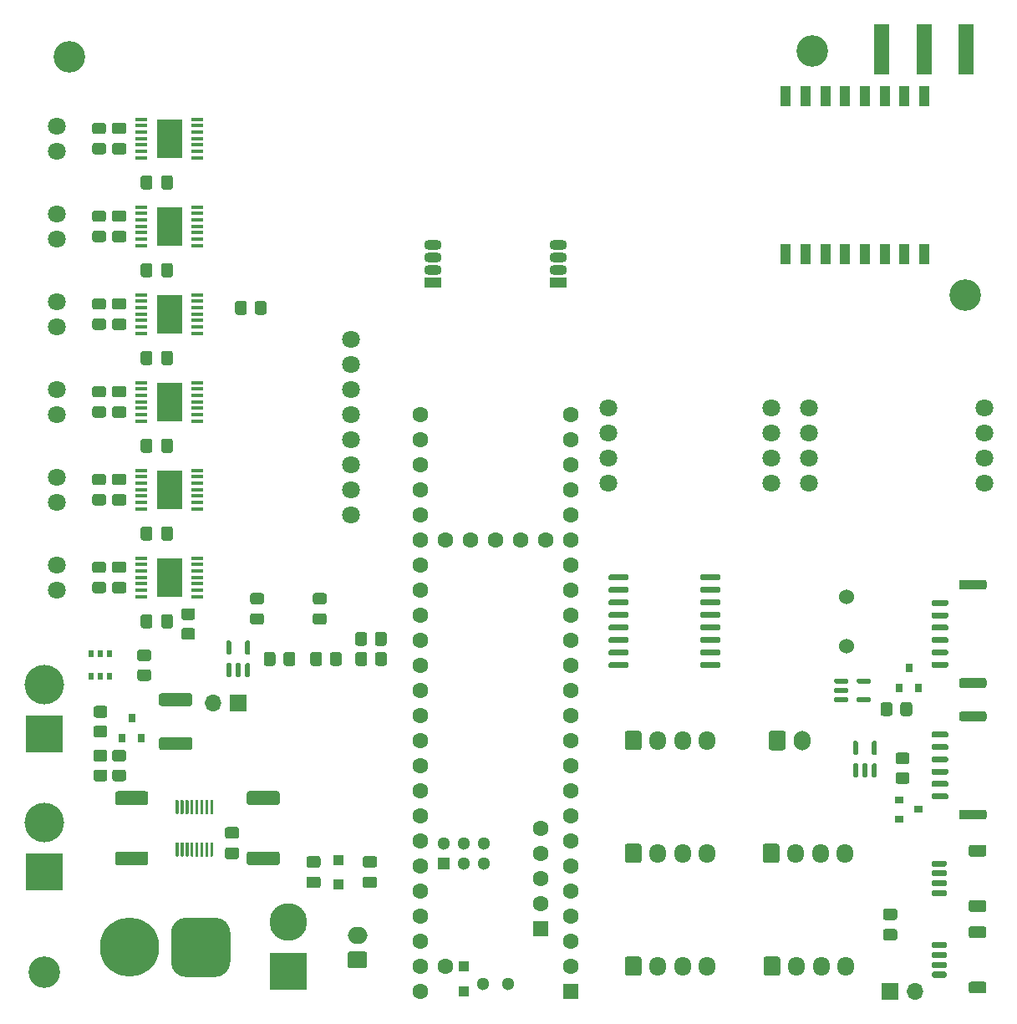
<source format=gts>
%TF.GenerationSoftware,KiCad,Pcbnew,5.1.10*%
%TF.CreationDate,2021-06-27T23:22:59+02:00*%
%TF.ProjectId,main_v1,6d61696e-5f76-4312-9e6b-696361645f70,rev?*%
%TF.SameCoordinates,Original*%
%TF.FileFunction,Soldermask,Top*%
%TF.FilePolarity,Negative*%
%FSLAX46Y46*%
G04 Gerber Fmt 4.6, Leading zero omitted, Abs format (unit mm)*
G04 Created by KiCad (PCBNEW 5.1.10) date 2021-06-27 23:22:59*
%MOMM*%
%LPD*%
G01*
G04 APERTURE LIST*
%ADD10R,1.000000X1.000000*%
%ADD11O,1.700000X1.700000*%
%ADD12R,1.700000X1.700000*%
%ADD13C,1.800000*%
%ADD14R,0.900000X0.800000*%
%ADD15R,0.800000X0.900000*%
%ADD16O,1.700000X2.000000*%
%ADD17O,1.700000X1.950000*%
%ADD18O,2.000000X1.700000*%
%ADD19R,1.000000X2.000000*%
%ADD20R,1.500000X5.080000*%
%ADD21C,3.200000*%
%ADD22R,0.510000X0.700000*%
%ADD23C,3.800000*%
%ADD24R,3.800000X3.800000*%
%ADD25C,6.000000*%
%ADD26C,0.800000*%
%ADD27R,2.650000X4.000000*%
%ADD28R,1.310000X0.450000*%
%ADD29C,4.000000*%
%ADD30O,1.800000X1.070000*%
%ADD31R,1.800000X1.070000*%
%ADD32C,1.524000*%
%ADD33C,1.300000*%
%ADD34C,1.600000*%
%ADD35R,1.300000X1.300000*%
%ADD36R,1.600000X1.600000*%
G04 APERTURE END LIST*
%TO.C,JP4*%
G36*
G01*
X159565000Y-127965000D02*
X156665000Y-127965000D01*
G75*
G02*
X156415000Y-127715000I0J250000D01*
G01*
X156415000Y-126915000D01*
G75*
G02*
X156665000Y-126665000I250000J0D01*
G01*
X159565000Y-126665000D01*
G75*
G02*
X159815000Y-126915000I0J-250000D01*
G01*
X159815000Y-127715000D01*
G75*
G02*
X159565000Y-127965000I-250000J0D01*
G01*
G37*
G36*
G01*
X159565000Y-132415000D02*
X156665000Y-132415000D01*
G75*
G02*
X156415000Y-132165000I0J250000D01*
G01*
X156415000Y-131365000D01*
G75*
G02*
X156665000Y-131115000I250000J0D01*
G01*
X159565000Y-131115000D01*
G75*
G02*
X159815000Y-131365000I0J-250000D01*
G01*
X159815000Y-132165000D01*
G75*
G02*
X159565000Y-132415000I-250000J0D01*
G01*
G37*
%TD*%
D10*
%TO.C,D13*%
X174625000Y-143530000D03*
X174625000Y-146030000D03*
%TD*%
%TO.C,D11*%
X187325000Y-154325000D03*
X187325000Y-156825000D03*
%TD*%
D11*
%TO.C,JP3*%
X233045000Y-156845000D03*
D12*
X230505000Y-156845000D03*
%TD*%
D13*
%TO.C,U6*%
X240030000Y-97790000D03*
X240030000Y-100330000D03*
X240030000Y-102870000D03*
X240030000Y-105410000D03*
X222250000Y-105410000D03*
X222250000Y-97790000D03*
X222250000Y-100330000D03*
X222250000Y-102870000D03*
%TD*%
%TO.C,R16*%
G36*
G01*
X177511000Y-120707999D02*
X177511000Y-121608001D01*
G75*
G02*
X177261001Y-121858000I-249999J0D01*
G01*
X176560999Y-121858000D01*
G75*
G02*
X176311000Y-121608001I0J249999D01*
G01*
X176311000Y-120707999D01*
G75*
G02*
X176560999Y-120458000I249999J0D01*
G01*
X177261001Y-120458000D01*
G75*
G02*
X177511000Y-120707999I0J-249999D01*
G01*
G37*
G36*
G01*
X179511000Y-120707999D02*
X179511000Y-121608001D01*
G75*
G02*
X179261001Y-121858000I-249999J0D01*
G01*
X178560999Y-121858000D01*
G75*
G02*
X178311000Y-121608001I0J249999D01*
G01*
X178311000Y-120707999D01*
G75*
G02*
X178560999Y-120458000I249999J0D01*
G01*
X179261001Y-120458000D01*
G75*
G02*
X179511000Y-120707999I0J-249999D01*
G01*
G37*
%TD*%
%TO.C,U20*%
G36*
G01*
X227140000Y-135200000D02*
X226890000Y-135200000D01*
G75*
G02*
X226765000Y-135075000I0J125000D01*
G01*
X226765000Y-133900000D01*
G75*
G02*
X226890000Y-133775000I125000J0D01*
G01*
X227140000Y-133775000D01*
G75*
G02*
X227265000Y-133900000I0J-125000D01*
G01*
X227265000Y-135075000D01*
G75*
G02*
X227140000Y-135200000I-125000J0D01*
G01*
G37*
G36*
G01*
X228090000Y-135200000D02*
X227840000Y-135200000D01*
G75*
G02*
X227715000Y-135075000I0J125000D01*
G01*
X227715000Y-133900000D01*
G75*
G02*
X227840000Y-133775000I125000J0D01*
G01*
X228090000Y-133775000D01*
G75*
G02*
X228215000Y-133900000I0J-125000D01*
G01*
X228215000Y-135075000D01*
G75*
G02*
X228090000Y-135200000I-125000J0D01*
G01*
G37*
G36*
G01*
X229040000Y-135200000D02*
X228790000Y-135200000D01*
G75*
G02*
X228665000Y-135075000I0J125000D01*
G01*
X228665000Y-133900000D01*
G75*
G02*
X228790000Y-133775000I125000J0D01*
G01*
X229040000Y-133775000D01*
G75*
G02*
X229165000Y-133900000I0J-125000D01*
G01*
X229165000Y-135075000D01*
G75*
G02*
X229040000Y-135200000I-125000J0D01*
G01*
G37*
G36*
G01*
X229040000Y-132925000D02*
X228790000Y-132925000D01*
G75*
G02*
X228665000Y-132800000I0J125000D01*
G01*
X228665000Y-131625000D01*
G75*
G02*
X228790000Y-131500000I125000J0D01*
G01*
X229040000Y-131500000D01*
G75*
G02*
X229165000Y-131625000I0J-125000D01*
G01*
X229165000Y-132800000D01*
G75*
G02*
X229040000Y-132925000I-125000J0D01*
G01*
G37*
G36*
G01*
X227140000Y-132925000D02*
X226890000Y-132925000D01*
G75*
G02*
X226765000Y-132800000I0J125000D01*
G01*
X226765000Y-131625000D01*
G75*
G02*
X226890000Y-131500000I125000J0D01*
G01*
X227140000Y-131500000D01*
G75*
G02*
X227265000Y-131625000I0J-125000D01*
G01*
X227265000Y-132800000D01*
G75*
G02*
X227140000Y-132925000I-125000J0D01*
G01*
G37*
%TD*%
%TO.C,U5*%
G36*
G01*
X224845000Y-125540000D02*
X224845000Y-125290000D01*
G75*
G02*
X224970000Y-125165000I125000J0D01*
G01*
X226145000Y-125165000D01*
G75*
G02*
X226270000Y-125290000I0J-125000D01*
G01*
X226270000Y-125540000D01*
G75*
G02*
X226145000Y-125665000I-125000J0D01*
G01*
X224970000Y-125665000D01*
G75*
G02*
X224845000Y-125540000I0J125000D01*
G01*
G37*
G36*
G01*
X224845000Y-126490000D02*
X224845000Y-126240000D01*
G75*
G02*
X224970000Y-126115000I125000J0D01*
G01*
X226145000Y-126115000D01*
G75*
G02*
X226270000Y-126240000I0J-125000D01*
G01*
X226270000Y-126490000D01*
G75*
G02*
X226145000Y-126615000I-125000J0D01*
G01*
X224970000Y-126615000D01*
G75*
G02*
X224845000Y-126490000I0J125000D01*
G01*
G37*
G36*
G01*
X224845000Y-127440000D02*
X224845000Y-127190000D01*
G75*
G02*
X224970000Y-127065000I125000J0D01*
G01*
X226145000Y-127065000D01*
G75*
G02*
X226270000Y-127190000I0J-125000D01*
G01*
X226270000Y-127440000D01*
G75*
G02*
X226145000Y-127565000I-125000J0D01*
G01*
X224970000Y-127565000D01*
G75*
G02*
X224845000Y-127440000I0J125000D01*
G01*
G37*
G36*
G01*
X227120000Y-127440000D02*
X227120000Y-127190000D01*
G75*
G02*
X227245000Y-127065000I125000J0D01*
G01*
X228420000Y-127065000D01*
G75*
G02*
X228545000Y-127190000I0J-125000D01*
G01*
X228545000Y-127440000D01*
G75*
G02*
X228420000Y-127565000I-125000J0D01*
G01*
X227245000Y-127565000D01*
G75*
G02*
X227120000Y-127440000I0J125000D01*
G01*
G37*
G36*
G01*
X227120000Y-125540000D02*
X227120000Y-125290000D01*
G75*
G02*
X227245000Y-125165000I125000J0D01*
G01*
X228420000Y-125165000D01*
G75*
G02*
X228545000Y-125290000I0J-125000D01*
G01*
X228545000Y-125540000D01*
G75*
G02*
X228420000Y-125665000I-125000J0D01*
G01*
X227245000Y-125665000D01*
G75*
G02*
X227120000Y-125540000I0J125000D01*
G01*
G37*
%TD*%
%TO.C,R15*%
G36*
G01*
X231324999Y-134655000D02*
X232225001Y-134655000D01*
G75*
G02*
X232475000Y-134904999I0J-249999D01*
G01*
X232475000Y-135605001D01*
G75*
G02*
X232225001Y-135855000I-249999J0D01*
G01*
X231324999Y-135855000D01*
G75*
G02*
X231075000Y-135605001I0J249999D01*
G01*
X231075000Y-134904999D01*
G75*
G02*
X231324999Y-134655000I249999J0D01*
G01*
G37*
G36*
G01*
X231324999Y-132655000D02*
X232225001Y-132655000D01*
G75*
G02*
X232475000Y-132904999I0J-249999D01*
G01*
X232475000Y-133605001D01*
G75*
G02*
X232225001Y-133855000I-249999J0D01*
G01*
X231324999Y-133855000D01*
G75*
G02*
X231075000Y-133605001I0J249999D01*
G01*
X231075000Y-132904999D01*
G75*
G02*
X231324999Y-132655000I249999J0D01*
G01*
G37*
%TD*%
%TO.C,R3*%
G36*
G01*
X231540000Y-128720001D02*
X231540000Y-127819999D01*
G75*
G02*
X231789999Y-127570000I249999J0D01*
G01*
X232490001Y-127570000D01*
G75*
G02*
X232740000Y-127819999I0J-249999D01*
G01*
X232740000Y-128720001D01*
G75*
G02*
X232490001Y-128970000I-249999J0D01*
G01*
X231789999Y-128970000D01*
G75*
G02*
X231540000Y-128720001I0J249999D01*
G01*
G37*
G36*
G01*
X229540000Y-128720001D02*
X229540000Y-127819999D01*
G75*
G02*
X229789999Y-127570000I249999J0D01*
G01*
X230490001Y-127570000D01*
G75*
G02*
X230740000Y-127819999I0J-249999D01*
G01*
X230740000Y-128720001D01*
G75*
G02*
X230490001Y-128970000I-249999J0D01*
G01*
X229789999Y-128970000D01*
G75*
G02*
X229540000Y-128720001I0J249999D01*
G01*
G37*
%TD*%
D14*
%TO.C,Q6*%
X233410000Y-138430000D03*
X231410000Y-139380000D03*
X231410000Y-137480000D03*
%TD*%
D15*
%TO.C,Q2*%
X232410000Y-124095000D03*
X233360000Y-126095000D03*
X231460000Y-126095000D03*
%TD*%
%TO.C,J6*%
G36*
G01*
X234840000Y-130560000D02*
X236240000Y-130560000D01*
G75*
G02*
X236390000Y-130710000I0J-150000D01*
G01*
X236390000Y-131010000D01*
G75*
G02*
X236240000Y-131160000I-150000J0D01*
G01*
X234840000Y-131160000D01*
G75*
G02*
X234690000Y-131010000I0J150000D01*
G01*
X234690000Y-130710000D01*
G75*
G02*
X234840000Y-130560000I150000J0D01*
G01*
G37*
G36*
G01*
X234840000Y-131810000D02*
X236240000Y-131810000D01*
G75*
G02*
X236390000Y-131960000I0J-150000D01*
G01*
X236390000Y-132260000D01*
G75*
G02*
X236240000Y-132410000I-150000J0D01*
G01*
X234840000Y-132410000D01*
G75*
G02*
X234690000Y-132260000I0J150000D01*
G01*
X234690000Y-131960000D01*
G75*
G02*
X234840000Y-131810000I150000J0D01*
G01*
G37*
G36*
G01*
X234840000Y-133060000D02*
X236240000Y-133060000D01*
G75*
G02*
X236390000Y-133210000I0J-150000D01*
G01*
X236390000Y-133510000D01*
G75*
G02*
X236240000Y-133660000I-150000J0D01*
G01*
X234840000Y-133660000D01*
G75*
G02*
X234690000Y-133510000I0J150000D01*
G01*
X234690000Y-133210000D01*
G75*
G02*
X234840000Y-133060000I150000J0D01*
G01*
G37*
G36*
G01*
X234840000Y-134310000D02*
X236240000Y-134310000D01*
G75*
G02*
X236390000Y-134460000I0J-150000D01*
G01*
X236390000Y-134760000D01*
G75*
G02*
X236240000Y-134910000I-150000J0D01*
G01*
X234840000Y-134910000D01*
G75*
G02*
X234690000Y-134760000I0J150000D01*
G01*
X234690000Y-134460000D01*
G75*
G02*
X234840000Y-134310000I150000J0D01*
G01*
G37*
G36*
G01*
X234840000Y-135560000D02*
X236240000Y-135560000D01*
G75*
G02*
X236390000Y-135710000I0J-150000D01*
G01*
X236390000Y-136010000D01*
G75*
G02*
X236240000Y-136160000I-150000J0D01*
G01*
X234840000Y-136160000D01*
G75*
G02*
X234690000Y-136010000I0J150000D01*
G01*
X234690000Y-135710000D01*
G75*
G02*
X234840000Y-135560000I150000J0D01*
G01*
G37*
G36*
G01*
X234840000Y-136810000D02*
X236240000Y-136810000D01*
G75*
G02*
X236390000Y-136960000I0J-150000D01*
G01*
X236390000Y-137260000D01*
G75*
G02*
X236240000Y-137410000I-150000J0D01*
G01*
X234840000Y-137410000D01*
G75*
G02*
X234690000Y-137260000I0J150000D01*
G01*
X234690000Y-136960000D01*
G75*
G02*
X234840000Y-136810000I150000J0D01*
G01*
G37*
G36*
G01*
X237740000Y-128510000D02*
X240040000Y-128510000D01*
G75*
G02*
X240290000Y-128760000I0J-250000D01*
G01*
X240290000Y-129260000D01*
G75*
G02*
X240040000Y-129510000I-250000J0D01*
G01*
X237740000Y-129510000D01*
G75*
G02*
X237490000Y-129260000I0J250000D01*
G01*
X237490000Y-128760000D01*
G75*
G02*
X237740000Y-128510000I250000J0D01*
G01*
G37*
G36*
G01*
X237740000Y-138460000D02*
X240040000Y-138460000D01*
G75*
G02*
X240290000Y-138710000I0J-250000D01*
G01*
X240290000Y-139210000D01*
G75*
G02*
X240040000Y-139460000I-250000J0D01*
G01*
X237740000Y-139460000D01*
G75*
G02*
X237490000Y-139210000I0J250000D01*
G01*
X237490000Y-138710000D01*
G75*
G02*
X237740000Y-138460000I250000J0D01*
G01*
G37*
%TD*%
%TO.C,J4*%
G36*
G01*
X234840000Y-117225000D02*
X236240000Y-117225000D01*
G75*
G02*
X236390000Y-117375000I0J-150000D01*
G01*
X236390000Y-117675000D01*
G75*
G02*
X236240000Y-117825000I-150000J0D01*
G01*
X234840000Y-117825000D01*
G75*
G02*
X234690000Y-117675000I0J150000D01*
G01*
X234690000Y-117375000D01*
G75*
G02*
X234840000Y-117225000I150000J0D01*
G01*
G37*
G36*
G01*
X234840000Y-118475000D02*
X236240000Y-118475000D01*
G75*
G02*
X236390000Y-118625000I0J-150000D01*
G01*
X236390000Y-118925000D01*
G75*
G02*
X236240000Y-119075000I-150000J0D01*
G01*
X234840000Y-119075000D01*
G75*
G02*
X234690000Y-118925000I0J150000D01*
G01*
X234690000Y-118625000D01*
G75*
G02*
X234840000Y-118475000I150000J0D01*
G01*
G37*
G36*
G01*
X234840000Y-119725000D02*
X236240000Y-119725000D01*
G75*
G02*
X236390000Y-119875000I0J-150000D01*
G01*
X236390000Y-120175000D01*
G75*
G02*
X236240000Y-120325000I-150000J0D01*
G01*
X234840000Y-120325000D01*
G75*
G02*
X234690000Y-120175000I0J150000D01*
G01*
X234690000Y-119875000D01*
G75*
G02*
X234840000Y-119725000I150000J0D01*
G01*
G37*
G36*
G01*
X234840000Y-120975000D02*
X236240000Y-120975000D01*
G75*
G02*
X236390000Y-121125000I0J-150000D01*
G01*
X236390000Y-121425000D01*
G75*
G02*
X236240000Y-121575000I-150000J0D01*
G01*
X234840000Y-121575000D01*
G75*
G02*
X234690000Y-121425000I0J150000D01*
G01*
X234690000Y-121125000D01*
G75*
G02*
X234840000Y-120975000I150000J0D01*
G01*
G37*
G36*
G01*
X234840000Y-122225000D02*
X236240000Y-122225000D01*
G75*
G02*
X236390000Y-122375000I0J-150000D01*
G01*
X236390000Y-122675000D01*
G75*
G02*
X236240000Y-122825000I-150000J0D01*
G01*
X234840000Y-122825000D01*
G75*
G02*
X234690000Y-122675000I0J150000D01*
G01*
X234690000Y-122375000D01*
G75*
G02*
X234840000Y-122225000I150000J0D01*
G01*
G37*
G36*
G01*
X234840000Y-123475000D02*
X236240000Y-123475000D01*
G75*
G02*
X236390000Y-123625000I0J-150000D01*
G01*
X236390000Y-123925000D01*
G75*
G02*
X236240000Y-124075000I-150000J0D01*
G01*
X234840000Y-124075000D01*
G75*
G02*
X234690000Y-123925000I0J150000D01*
G01*
X234690000Y-123625000D01*
G75*
G02*
X234840000Y-123475000I150000J0D01*
G01*
G37*
G36*
G01*
X237740000Y-115175000D02*
X240040000Y-115175000D01*
G75*
G02*
X240290000Y-115425000I0J-250000D01*
G01*
X240290000Y-115925000D01*
G75*
G02*
X240040000Y-116175000I-250000J0D01*
G01*
X237740000Y-116175000D01*
G75*
G02*
X237490000Y-115925000I0J250000D01*
G01*
X237490000Y-115425000D01*
G75*
G02*
X237740000Y-115175000I250000J0D01*
G01*
G37*
G36*
G01*
X237740000Y-125125000D02*
X240040000Y-125125000D01*
G75*
G02*
X240290000Y-125375000I0J-250000D01*
G01*
X240290000Y-125875000D01*
G75*
G02*
X240040000Y-126125000I-250000J0D01*
G01*
X237740000Y-126125000D01*
G75*
G02*
X237490000Y-125875000I0J250000D01*
G01*
X237490000Y-125375000D01*
G75*
G02*
X237740000Y-125125000I250000J0D01*
G01*
G37*
%TD*%
%TO.C,J10*%
G36*
G01*
X236115000Y-155470000D02*
X234865000Y-155470000D01*
G75*
G02*
X234715000Y-155320000I0J150000D01*
G01*
X234715000Y-155020000D01*
G75*
G02*
X234865000Y-154870000I150000J0D01*
G01*
X236115000Y-154870000D01*
G75*
G02*
X236265000Y-155020000I0J-150000D01*
G01*
X236265000Y-155320000D01*
G75*
G02*
X236115000Y-155470000I-150000J0D01*
G01*
G37*
G36*
G01*
X236115000Y-154470000D02*
X234865000Y-154470000D01*
G75*
G02*
X234715000Y-154320000I0J150000D01*
G01*
X234715000Y-154020000D01*
G75*
G02*
X234865000Y-153870000I150000J0D01*
G01*
X236115000Y-153870000D01*
G75*
G02*
X236265000Y-154020000I0J-150000D01*
G01*
X236265000Y-154320000D01*
G75*
G02*
X236115000Y-154470000I-150000J0D01*
G01*
G37*
G36*
G01*
X236115000Y-153470000D02*
X234865000Y-153470000D01*
G75*
G02*
X234715000Y-153320000I0J150000D01*
G01*
X234715000Y-153020000D01*
G75*
G02*
X234865000Y-152870000I150000J0D01*
G01*
X236115000Y-152870000D01*
G75*
G02*
X236265000Y-153020000I0J-150000D01*
G01*
X236265000Y-153320000D01*
G75*
G02*
X236115000Y-153470000I-150000J0D01*
G01*
G37*
G36*
G01*
X236115000Y-152470000D02*
X234865000Y-152470000D01*
G75*
G02*
X234715000Y-152320000I0J150000D01*
G01*
X234715000Y-152020000D01*
G75*
G02*
X234865000Y-151870000I150000J0D01*
G01*
X236115000Y-151870000D01*
G75*
G02*
X236265000Y-152020000I0J-150000D01*
G01*
X236265000Y-152320000D01*
G75*
G02*
X236115000Y-152470000I-150000J0D01*
G01*
G37*
G36*
G01*
X240015001Y-157070000D02*
X238714999Y-157070000D01*
G75*
G02*
X238465000Y-156820001I0J249999D01*
G01*
X238465000Y-156119999D01*
G75*
G02*
X238714999Y-155870000I249999J0D01*
G01*
X240015001Y-155870000D01*
G75*
G02*
X240265000Y-156119999I0J-249999D01*
G01*
X240265000Y-156820001D01*
G75*
G02*
X240015001Y-157070000I-249999J0D01*
G01*
G37*
G36*
G01*
X240015001Y-151470000D02*
X238714999Y-151470000D01*
G75*
G02*
X238465000Y-151220001I0J249999D01*
G01*
X238465000Y-150519999D01*
G75*
G02*
X238714999Y-150270000I249999J0D01*
G01*
X240015001Y-150270000D01*
G75*
G02*
X240265000Y-150519999I0J-249999D01*
G01*
X240265000Y-151220001D01*
G75*
G02*
X240015001Y-151470000I-249999J0D01*
G01*
G37*
%TD*%
%TO.C,J1*%
G36*
G01*
X236115000Y-147215000D02*
X234865000Y-147215000D01*
G75*
G02*
X234715000Y-147065000I0J150000D01*
G01*
X234715000Y-146765000D01*
G75*
G02*
X234865000Y-146615000I150000J0D01*
G01*
X236115000Y-146615000D01*
G75*
G02*
X236265000Y-146765000I0J-150000D01*
G01*
X236265000Y-147065000D01*
G75*
G02*
X236115000Y-147215000I-150000J0D01*
G01*
G37*
G36*
G01*
X236115000Y-146215000D02*
X234865000Y-146215000D01*
G75*
G02*
X234715000Y-146065000I0J150000D01*
G01*
X234715000Y-145765000D01*
G75*
G02*
X234865000Y-145615000I150000J0D01*
G01*
X236115000Y-145615000D01*
G75*
G02*
X236265000Y-145765000I0J-150000D01*
G01*
X236265000Y-146065000D01*
G75*
G02*
X236115000Y-146215000I-150000J0D01*
G01*
G37*
G36*
G01*
X236115000Y-145215000D02*
X234865000Y-145215000D01*
G75*
G02*
X234715000Y-145065000I0J150000D01*
G01*
X234715000Y-144765000D01*
G75*
G02*
X234865000Y-144615000I150000J0D01*
G01*
X236115000Y-144615000D01*
G75*
G02*
X236265000Y-144765000I0J-150000D01*
G01*
X236265000Y-145065000D01*
G75*
G02*
X236115000Y-145215000I-150000J0D01*
G01*
G37*
G36*
G01*
X236115000Y-144215000D02*
X234865000Y-144215000D01*
G75*
G02*
X234715000Y-144065000I0J150000D01*
G01*
X234715000Y-143765000D01*
G75*
G02*
X234865000Y-143615000I150000J0D01*
G01*
X236115000Y-143615000D01*
G75*
G02*
X236265000Y-143765000I0J-150000D01*
G01*
X236265000Y-144065000D01*
G75*
G02*
X236115000Y-144215000I-150000J0D01*
G01*
G37*
G36*
G01*
X240015001Y-148815000D02*
X238714999Y-148815000D01*
G75*
G02*
X238465000Y-148565001I0J249999D01*
G01*
X238465000Y-147864999D01*
G75*
G02*
X238714999Y-147615000I249999J0D01*
G01*
X240015001Y-147615000D01*
G75*
G02*
X240265000Y-147864999I0J-249999D01*
G01*
X240265000Y-148565001D01*
G75*
G02*
X240015001Y-148815000I-249999J0D01*
G01*
G37*
G36*
G01*
X240015001Y-143215000D02*
X238714999Y-143215000D01*
G75*
G02*
X238465000Y-142965001I0J249999D01*
G01*
X238465000Y-142264999D01*
G75*
G02*
X238714999Y-142015000I249999J0D01*
G01*
X240015001Y-142015000D01*
G75*
G02*
X240265000Y-142264999I0J-249999D01*
G01*
X240265000Y-142965001D01*
G75*
G02*
X240015001Y-143215000I-249999J0D01*
G01*
G37*
%TD*%
%TO.C,C21*%
G36*
G01*
X230030000Y-150542500D02*
X230980000Y-150542500D01*
G75*
G02*
X231230000Y-150792500I0J-250000D01*
G01*
X231230000Y-151467500D01*
G75*
G02*
X230980000Y-151717500I-250000J0D01*
G01*
X230030000Y-151717500D01*
G75*
G02*
X229780000Y-151467500I0J250000D01*
G01*
X229780000Y-150792500D01*
G75*
G02*
X230030000Y-150542500I250000J0D01*
G01*
G37*
G36*
G01*
X230030000Y-148467500D02*
X230980000Y-148467500D01*
G75*
G02*
X231230000Y-148717500I0J-250000D01*
G01*
X231230000Y-149392500D01*
G75*
G02*
X230980000Y-149642500I-250000J0D01*
G01*
X230030000Y-149642500D01*
G75*
G02*
X229780000Y-149392500I0J250000D01*
G01*
X229780000Y-148717500D01*
G75*
G02*
X230030000Y-148467500I250000J0D01*
G01*
G37*
%TD*%
D16*
%TO.C,JP2*%
X221575000Y-131445000D03*
G36*
G01*
X218225000Y-132195000D02*
X218225000Y-130695000D01*
G75*
G02*
X218475000Y-130445000I250000J0D01*
G01*
X219675000Y-130445000D01*
G75*
G02*
X219925000Y-130695000I0J-250000D01*
G01*
X219925000Y-132195000D01*
G75*
G02*
X219675000Y-132445000I-250000J0D01*
G01*
X218475000Y-132445000D01*
G75*
G02*
X218225000Y-132195000I0J250000D01*
G01*
G37*
%TD*%
%TO.C,J5*%
G36*
G01*
X203620000Y-132170000D02*
X203620000Y-130720000D01*
G75*
G02*
X203870000Y-130470000I250000J0D01*
G01*
X205070000Y-130470000D01*
G75*
G02*
X205320000Y-130720000I0J-250000D01*
G01*
X205320000Y-132170000D01*
G75*
G02*
X205070000Y-132420000I-250000J0D01*
G01*
X203870000Y-132420000D01*
G75*
G02*
X203620000Y-132170000I0J250000D01*
G01*
G37*
D17*
X206970000Y-131445000D03*
X209470000Y-131445000D03*
X211970000Y-131445000D03*
%TD*%
D18*
%TO.C,JP1*%
X176530000Y-151170000D03*
G36*
G01*
X177280000Y-154520000D02*
X175780000Y-154520000D01*
G75*
G02*
X175530000Y-154270000I0J250000D01*
G01*
X175530000Y-153070000D01*
G75*
G02*
X175780000Y-152820000I250000J0D01*
G01*
X177280000Y-152820000D01*
G75*
G02*
X177530000Y-153070000I0J-250000D01*
G01*
X177530000Y-154270000D01*
G75*
G02*
X177280000Y-154520000I-250000J0D01*
G01*
G37*
%TD*%
D13*
%TO.C,U35*%
X218440000Y-105410000D03*
X218440000Y-100330000D03*
X218440000Y-97790000D03*
X218440000Y-102870000D03*
X201930000Y-102870000D03*
X201930000Y-97790000D03*
X201930000Y-105410000D03*
X201930000Y-100330000D03*
%TD*%
D19*
%TO.C,U32*%
X219949000Y-66168000D03*
X221949000Y-66168000D03*
X223949000Y-66168000D03*
X225949000Y-66168000D03*
X227949000Y-66168000D03*
X229949000Y-66168000D03*
X231949000Y-66168000D03*
X233949000Y-66168000D03*
X233949000Y-82168000D03*
X231949000Y-82168000D03*
X229949000Y-82168000D03*
X227949000Y-82168000D03*
X225949000Y-82168000D03*
X223949000Y-82168000D03*
X221949000Y-82168000D03*
X219949000Y-82168000D03*
%TD*%
%TO.C,U16*%
G36*
G01*
X204020000Y-123675000D02*
X204020000Y-123975000D01*
G75*
G02*
X203870000Y-124125000I-150000J0D01*
G01*
X202120000Y-124125000D01*
G75*
G02*
X201970000Y-123975000I0J150000D01*
G01*
X201970000Y-123675000D01*
G75*
G02*
X202120000Y-123525000I150000J0D01*
G01*
X203870000Y-123525000D01*
G75*
G02*
X204020000Y-123675000I0J-150000D01*
G01*
G37*
G36*
G01*
X204020000Y-122405000D02*
X204020000Y-122705000D01*
G75*
G02*
X203870000Y-122855000I-150000J0D01*
G01*
X202120000Y-122855000D01*
G75*
G02*
X201970000Y-122705000I0J150000D01*
G01*
X201970000Y-122405000D01*
G75*
G02*
X202120000Y-122255000I150000J0D01*
G01*
X203870000Y-122255000D01*
G75*
G02*
X204020000Y-122405000I0J-150000D01*
G01*
G37*
G36*
G01*
X204020000Y-121135000D02*
X204020000Y-121435000D01*
G75*
G02*
X203870000Y-121585000I-150000J0D01*
G01*
X202120000Y-121585000D01*
G75*
G02*
X201970000Y-121435000I0J150000D01*
G01*
X201970000Y-121135000D01*
G75*
G02*
X202120000Y-120985000I150000J0D01*
G01*
X203870000Y-120985000D01*
G75*
G02*
X204020000Y-121135000I0J-150000D01*
G01*
G37*
G36*
G01*
X204020000Y-119865000D02*
X204020000Y-120165000D01*
G75*
G02*
X203870000Y-120315000I-150000J0D01*
G01*
X202120000Y-120315000D01*
G75*
G02*
X201970000Y-120165000I0J150000D01*
G01*
X201970000Y-119865000D01*
G75*
G02*
X202120000Y-119715000I150000J0D01*
G01*
X203870000Y-119715000D01*
G75*
G02*
X204020000Y-119865000I0J-150000D01*
G01*
G37*
G36*
G01*
X204020000Y-118595000D02*
X204020000Y-118895000D01*
G75*
G02*
X203870000Y-119045000I-150000J0D01*
G01*
X202120000Y-119045000D01*
G75*
G02*
X201970000Y-118895000I0J150000D01*
G01*
X201970000Y-118595000D01*
G75*
G02*
X202120000Y-118445000I150000J0D01*
G01*
X203870000Y-118445000D01*
G75*
G02*
X204020000Y-118595000I0J-150000D01*
G01*
G37*
G36*
G01*
X204020000Y-117325000D02*
X204020000Y-117625000D01*
G75*
G02*
X203870000Y-117775000I-150000J0D01*
G01*
X202120000Y-117775000D01*
G75*
G02*
X201970000Y-117625000I0J150000D01*
G01*
X201970000Y-117325000D01*
G75*
G02*
X202120000Y-117175000I150000J0D01*
G01*
X203870000Y-117175000D01*
G75*
G02*
X204020000Y-117325000I0J-150000D01*
G01*
G37*
G36*
G01*
X204020000Y-116055000D02*
X204020000Y-116355000D01*
G75*
G02*
X203870000Y-116505000I-150000J0D01*
G01*
X202120000Y-116505000D01*
G75*
G02*
X201970000Y-116355000I0J150000D01*
G01*
X201970000Y-116055000D01*
G75*
G02*
X202120000Y-115905000I150000J0D01*
G01*
X203870000Y-115905000D01*
G75*
G02*
X204020000Y-116055000I0J-150000D01*
G01*
G37*
G36*
G01*
X204020000Y-114785000D02*
X204020000Y-115085000D01*
G75*
G02*
X203870000Y-115235000I-150000J0D01*
G01*
X202120000Y-115235000D01*
G75*
G02*
X201970000Y-115085000I0J150000D01*
G01*
X201970000Y-114785000D01*
G75*
G02*
X202120000Y-114635000I150000J0D01*
G01*
X203870000Y-114635000D01*
G75*
G02*
X204020000Y-114785000I0J-150000D01*
G01*
G37*
G36*
G01*
X213320000Y-114785000D02*
X213320000Y-115085000D01*
G75*
G02*
X213170000Y-115235000I-150000J0D01*
G01*
X211420000Y-115235000D01*
G75*
G02*
X211270000Y-115085000I0J150000D01*
G01*
X211270000Y-114785000D01*
G75*
G02*
X211420000Y-114635000I150000J0D01*
G01*
X213170000Y-114635000D01*
G75*
G02*
X213320000Y-114785000I0J-150000D01*
G01*
G37*
G36*
G01*
X213320000Y-116055000D02*
X213320000Y-116355000D01*
G75*
G02*
X213170000Y-116505000I-150000J0D01*
G01*
X211420000Y-116505000D01*
G75*
G02*
X211270000Y-116355000I0J150000D01*
G01*
X211270000Y-116055000D01*
G75*
G02*
X211420000Y-115905000I150000J0D01*
G01*
X213170000Y-115905000D01*
G75*
G02*
X213320000Y-116055000I0J-150000D01*
G01*
G37*
G36*
G01*
X213320000Y-117325000D02*
X213320000Y-117625000D01*
G75*
G02*
X213170000Y-117775000I-150000J0D01*
G01*
X211420000Y-117775000D01*
G75*
G02*
X211270000Y-117625000I0J150000D01*
G01*
X211270000Y-117325000D01*
G75*
G02*
X211420000Y-117175000I150000J0D01*
G01*
X213170000Y-117175000D01*
G75*
G02*
X213320000Y-117325000I0J-150000D01*
G01*
G37*
G36*
G01*
X213320000Y-118595000D02*
X213320000Y-118895000D01*
G75*
G02*
X213170000Y-119045000I-150000J0D01*
G01*
X211420000Y-119045000D01*
G75*
G02*
X211270000Y-118895000I0J150000D01*
G01*
X211270000Y-118595000D01*
G75*
G02*
X211420000Y-118445000I150000J0D01*
G01*
X213170000Y-118445000D01*
G75*
G02*
X213320000Y-118595000I0J-150000D01*
G01*
G37*
G36*
G01*
X213320000Y-119865000D02*
X213320000Y-120165000D01*
G75*
G02*
X213170000Y-120315000I-150000J0D01*
G01*
X211420000Y-120315000D01*
G75*
G02*
X211270000Y-120165000I0J150000D01*
G01*
X211270000Y-119865000D01*
G75*
G02*
X211420000Y-119715000I150000J0D01*
G01*
X213170000Y-119715000D01*
G75*
G02*
X213320000Y-119865000I0J-150000D01*
G01*
G37*
G36*
G01*
X213320000Y-121135000D02*
X213320000Y-121435000D01*
G75*
G02*
X213170000Y-121585000I-150000J0D01*
G01*
X211420000Y-121585000D01*
G75*
G02*
X211270000Y-121435000I0J150000D01*
G01*
X211270000Y-121135000D01*
G75*
G02*
X211420000Y-120985000I150000J0D01*
G01*
X213170000Y-120985000D01*
G75*
G02*
X213320000Y-121135000I0J-150000D01*
G01*
G37*
G36*
G01*
X213320000Y-122405000D02*
X213320000Y-122705000D01*
G75*
G02*
X213170000Y-122855000I-150000J0D01*
G01*
X211420000Y-122855000D01*
G75*
G02*
X211270000Y-122705000I0J150000D01*
G01*
X211270000Y-122405000D01*
G75*
G02*
X211420000Y-122255000I150000J0D01*
G01*
X213170000Y-122255000D01*
G75*
G02*
X213320000Y-122405000I0J-150000D01*
G01*
G37*
G36*
G01*
X213320000Y-123675000D02*
X213320000Y-123975000D01*
G75*
G02*
X213170000Y-124125000I-150000J0D01*
G01*
X211420000Y-124125000D01*
G75*
G02*
X211270000Y-123975000I0J150000D01*
G01*
X211270000Y-123675000D01*
G75*
G02*
X211420000Y-123525000I150000J0D01*
G01*
X213170000Y-123525000D01*
G75*
G02*
X213320000Y-123675000I0J-150000D01*
G01*
G37*
%TD*%
D20*
%TO.C,J9*%
X233934000Y-61468000D03*
X229684000Y-61468000D03*
X238184000Y-61468000D03*
%TD*%
D17*
%TO.C,J8*%
X225940000Y-142875000D03*
X223440000Y-142875000D03*
X220940000Y-142875000D03*
G36*
G01*
X217590000Y-143600000D02*
X217590000Y-142150000D01*
G75*
G02*
X217840000Y-141900000I250000J0D01*
G01*
X219040000Y-141900000D01*
G75*
G02*
X219290000Y-142150000I0J-250000D01*
G01*
X219290000Y-143600000D01*
G75*
G02*
X219040000Y-143850000I-250000J0D01*
G01*
X217840000Y-143850000D01*
G75*
G02*
X217590000Y-143600000I0J250000D01*
G01*
G37*
%TD*%
%TO.C,J7*%
X211970000Y-142875000D03*
X209470000Y-142875000D03*
X206970000Y-142875000D03*
G36*
G01*
X203620000Y-143600000D02*
X203620000Y-142150000D01*
G75*
G02*
X203870000Y-141900000I250000J0D01*
G01*
X205070000Y-141900000D01*
G75*
G02*
X205320000Y-142150000I0J-250000D01*
G01*
X205320000Y-143600000D01*
G75*
G02*
X205070000Y-143850000I-250000J0D01*
G01*
X203870000Y-143850000D01*
G75*
G02*
X203620000Y-143600000I0J250000D01*
G01*
G37*
%TD*%
%TO.C,J3*%
X226020000Y-154305000D03*
X223520000Y-154305000D03*
X221020000Y-154305000D03*
G36*
G01*
X217670000Y-155030000D02*
X217670000Y-153580000D01*
G75*
G02*
X217920000Y-153330000I250000J0D01*
G01*
X219120000Y-153330000D01*
G75*
G02*
X219370000Y-153580000I0J-250000D01*
G01*
X219370000Y-155030000D01*
G75*
G02*
X219120000Y-155280000I-250000J0D01*
G01*
X217920000Y-155280000D01*
G75*
G02*
X217670000Y-155030000I0J250000D01*
G01*
G37*
%TD*%
%TO.C,J2*%
X211970000Y-154305000D03*
X209470000Y-154305000D03*
X206970000Y-154305000D03*
G36*
G01*
X203620000Y-155030000D02*
X203620000Y-153580000D01*
G75*
G02*
X203870000Y-153330000I250000J0D01*
G01*
X205070000Y-153330000D01*
G75*
G02*
X205320000Y-153580000I0J-250000D01*
G01*
X205320000Y-155030000D01*
G75*
G02*
X205070000Y-155280000I-250000J0D01*
G01*
X203870000Y-155280000D01*
G75*
G02*
X203620000Y-155030000I0J250000D01*
G01*
G37*
%TD*%
D21*
%TO.C,H4*%
X238125000Y-86360000D03*
%TD*%
%TO.C,H2*%
X222631000Y-61595000D03*
%TD*%
D22*
%TO.C,Q9*%
X149545000Y-122665000D03*
X150495000Y-122665000D03*
X151445000Y-122665000D03*
X151445000Y-124985000D03*
X150495000Y-124985000D03*
X149545000Y-124985000D03*
%TD*%
D13*
%TO.C,U33*%
X175895000Y-90805000D03*
X175895000Y-93345000D03*
X175895000Y-95885000D03*
X175895000Y-98425000D03*
X175895000Y-100965000D03*
X175895000Y-103505000D03*
X175895000Y-106045000D03*
X175895000Y-108585000D03*
%TD*%
%TO.C,C19*%
G36*
G01*
X163355000Y-142287500D02*
X164305000Y-142287500D01*
G75*
G02*
X164555000Y-142537500I0J-250000D01*
G01*
X164555000Y-143212500D01*
G75*
G02*
X164305000Y-143462500I-250000J0D01*
G01*
X163355000Y-143462500D01*
G75*
G02*
X163105000Y-143212500I0J250000D01*
G01*
X163105000Y-142537500D01*
G75*
G02*
X163355000Y-142287500I250000J0D01*
G01*
G37*
G36*
G01*
X163355000Y-140212500D02*
X164305000Y-140212500D01*
G75*
G02*
X164555000Y-140462500I0J-250000D01*
G01*
X164555000Y-141137500D01*
G75*
G02*
X164305000Y-141387500I-250000J0D01*
G01*
X163355000Y-141387500D01*
G75*
G02*
X163105000Y-141137500I0J250000D01*
G01*
X163105000Y-140462500D01*
G75*
G02*
X163355000Y-140212500I250000J0D01*
G01*
G37*
%TD*%
%TO.C,U24*%
X146050000Y-113665000D03*
X146050000Y-116205000D03*
%TD*%
%TO.C,U23*%
X146050000Y-104775000D03*
X146050000Y-107315000D03*
%TD*%
%TO.C,U10*%
X146050000Y-95885000D03*
X146050000Y-98425000D03*
%TD*%
%TO.C,U9*%
X146050000Y-86995000D03*
X146050000Y-89535000D03*
%TD*%
%TO.C,U8*%
X146050000Y-78105000D03*
X146050000Y-80645000D03*
%TD*%
%TO.C,U7*%
X146050000Y-69215000D03*
X146050000Y-71755000D03*
%TD*%
%TO.C,U31*%
G36*
G01*
X158345000Y-138910000D02*
X158195000Y-138910000D01*
G75*
G02*
X158120000Y-138835000I0J75000D01*
G01*
X158120000Y-137535000D01*
G75*
G02*
X158195000Y-137460000I75000J0D01*
G01*
X158345000Y-137460000D01*
G75*
G02*
X158420000Y-137535000I0J-75000D01*
G01*
X158420000Y-138835000D01*
G75*
G02*
X158345000Y-138910000I-75000J0D01*
G01*
G37*
G36*
G01*
X158845000Y-138910000D02*
X158695000Y-138910000D01*
G75*
G02*
X158620000Y-138835000I0J75000D01*
G01*
X158620000Y-137535000D01*
G75*
G02*
X158695000Y-137460000I75000J0D01*
G01*
X158845000Y-137460000D01*
G75*
G02*
X158920000Y-137535000I0J-75000D01*
G01*
X158920000Y-138835000D01*
G75*
G02*
X158845000Y-138910000I-75000J0D01*
G01*
G37*
G36*
G01*
X159345000Y-138910000D02*
X159195000Y-138910000D01*
G75*
G02*
X159120000Y-138835000I0J75000D01*
G01*
X159120000Y-137535000D01*
G75*
G02*
X159195000Y-137460000I75000J0D01*
G01*
X159345000Y-137460000D01*
G75*
G02*
X159420000Y-137535000I0J-75000D01*
G01*
X159420000Y-138835000D01*
G75*
G02*
X159345000Y-138910000I-75000J0D01*
G01*
G37*
G36*
G01*
X159845000Y-138910000D02*
X159695000Y-138910000D01*
G75*
G02*
X159620000Y-138835000I0J75000D01*
G01*
X159620000Y-137535000D01*
G75*
G02*
X159695000Y-137460000I75000J0D01*
G01*
X159845000Y-137460000D01*
G75*
G02*
X159920000Y-137535000I0J-75000D01*
G01*
X159920000Y-138835000D01*
G75*
G02*
X159845000Y-138910000I-75000J0D01*
G01*
G37*
G36*
G01*
X160345000Y-138910000D02*
X160195000Y-138910000D01*
G75*
G02*
X160120000Y-138835000I0J75000D01*
G01*
X160120000Y-137535000D01*
G75*
G02*
X160195000Y-137460000I75000J0D01*
G01*
X160345000Y-137460000D01*
G75*
G02*
X160420000Y-137535000I0J-75000D01*
G01*
X160420000Y-138835000D01*
G75*
G02*
X160345000Y-138910000I-75000J0D01*
G01*
G37*
G36*
G01*
X160845000Y-138910000D02*
X160695000Y-138910000D01*
G75*
G02*
X160620000Y-138835000I0J75000D01*
G01*
X160620000Y-137535000D01*
G75*
G02*
X160695000Y-137460000I75000J0D01*
G01*
X160845000Y-137460000D01*
G75*
G02*
X160920000Y-137535000I0J-75000D01*
G01*
X160920000Y-138835000D01*
G75*
G02*
X160845000Y-138910000I-75000J0D01*
G01*
G37*
G36*
G01*
X161345000Y-138910000D02*
X161195000Y-138910000D01*
G75*
G02*
X161120000Y-138835000I0J75000D01*
G01*
X161120000Y-137535000D01*
G75*
G02*
X161195000Y-137460000I75000J0D01*
G01*
X161345000Y-137460000D01*
G75*
G02*
X161420000Y-137535000I0J-75000D01*
G01*
X161420000Y-138835000D01*
G75*
G02*
X161345000Y-138910000I-75000J0D01*
G01*
G37*
G36*
G01*
X161845000Y-138910000D02*
X161695000Y-138910000D01*
G75*
G02*
X161620000Y-138835000I0J75000D01*
G01*
X161620000Y-137535000D01*
G75*
G02*
X161695000Y-137460000I75000J0D01*
G01*
X161845000Y-137460000D01*
G75*
G02*
X161920000Y-137535000I0J-75000D01*
G01*
X161920000Y-138835000D01*
G75*
G02*
X161845000Y-138910000I-75000J0D01*
G01*
G37*
G36*
G01*
X161845000Y-143210000D02*
X161695000Y-143210000D01*
G75*
G02*
X161620000Y-143135000I0J75000D01*
G01*
X161620000Y-141835000D01*
G75*
G02*
X161695000Y-141760000I75000J0D01*
G01*
X161845000Y-141760000D01*
G75*
G02*
X161920000Y-141835000I0J-75000D01*
G01*
X161920000Y-143135000D01*
G75*
G02*
X161845000Y-143210000I-75000J0D01*
G01*
G37*
G36*
G01*
X161345000Y-143210000D02*
X161195000Y-143210000D01*
G75*
G02*
X161120000Y-143135000I0J75000D01*
G01*
X161120000Y-141835000D01*
G75*
G02*
X161195000Y-141760000I75000J0D01*
G01*
X161345000Y-141760000D01*
G75*
G02*
X161420000Y-141835000I0J-75000D01*
G01*
X161420000Y-143135000D01*
G75*
G02*
X161345000Y-143210000I-75000J0D01*
G01*
G37*
G36*
G01*
X160845000Y-143210000D02*
X160695000Y-143210000D01*
G75*
G02*
X160620000Y-143135000I0J75000D01*
G01*
X160620000Y-141835000D01*
G75*
G02*
X160695000Y-141760000I75000J0D01*
G01*
X160845000Y-141760000D01*
G75*
G02*
X160920000Y-141835000I0J-75000D01*
G01*
X160920000Y-143135000D01*
G75*
G02*
X160845000Y-143210000I-75000J0D01*
G01*
G37*
G36*
G01*
X160345000Y-143210000D02*
X160195000Y-143210000D01*
G75*
G02*
X160120000Y-143135000I0J75000D01*
G01*
X160120000Y-141835000D01*
G75*
G02*
X160195000Y-141760000I75000J0D01*
G01*
X160345000Y-141760000D01*
G75*
G02*
X160420000Y-141835000I0J-75000D01*
G01*
X160420000Y-143135000D01*
G75*
G02*
X160345000Y-143210000I-75000J0D01*
G01*
G37*
G36*
G01*
X159845000Y-143210000D02*
X159695000Y-143210000D01*
G75*
G02*
X159620000Y-143135000I0J75000D01*
G01*
X159620000Y-141835000D01*
G75*
G02*
X159695000Y-141760000I75000J0D01*
G01*
X159845000Y-141760000D01*
G75*
G02*
X159920000Y-141835000I0J-75000D01*
G01*
X159920000Y-143135000D01*
G75*
G02*
X159845000Y-143210000I-75000J0D01*
G01*
G37*
G36*
G01*
X159345000Y-143210000D02*
X159195000Y-143210000D01*
G75*
G02*
X159120000Y-143135000I0J75000D01*
G01*
X159120000Y-141835000D01*
G75*
G02*
X159195000Y-141760000I75000J0D01*
G01*
X159345000Y-141760000D01*
G75*
G02*
X159420000Y-141835000I0J-75000D01*
G01*
X159420000Y-143135000D01*
G75*
G02*
X159345000Y-143210000I-75000J0D01*
G01*
G37*
G36*
G01*
X158845000Y-143210000D02*
X158695000Y-143210000D01*
G75*
G02*
X158620000Y-143135000I0J75000D01*
G01*
X158620000Y-141835000D01*
G75*
G02*
X158695000Y-141760000I75000J0D01*
G01*
X158845000Y-141760000D01*
G75*
G02*
X158920000Y-141835000I0J-75000D01*
G01*
X158920000Y-143135000D01*
G75*
G02*
X158845000Y-143210000I-75000J0D01*
G01*
G37*
G36*
G01*
X158345000Y-143210000D02*
X158195000Y-143210000D01*
G75*
G02*
X158120000Y-143135000I0J75000D01*
G01*
X158120000Y-141835000D01*
G75*
G02*
X158195000Y-141760000I75000J0D01*
G01*
X158345000Y-141760000D01*
G75*
G02*
X158420000Y-141835000I0J-75000D01*
G01*
X158420000Y-143135000D01*
G75*
G02*
X158345000Y-143210000I-75000J0D01*
G01*
G37*
%TD*%
%TO.C,R32*%
G36*
G01*
X168430001Y-137985000D02*
X165579999Y-137985000D01*
G75*
G02*
X165330000Y-137735001I0J249999D01*
G01*
X165330000Y-136834999D01*
G75*
G02*
X165579999Y-136585000I249999J0D01*
G01*
X168430001Y-136585000D01*
G75*
G02*
X168680000Y-136834999I0J-249999D01*
G01*
X168680000Y-137735001D01*
G75*
G02*
X168430001Y-137985000I-249999J0D01*
G01*
G37*
G36*
G01*
X168430001Y-144085000D02*
X165579999Y-144085000D01*
G75*
G02*
X165330000Y-143835001I0J249999D01*
G01*
X165330000Y-142934999D01*
G75*
G02*
X165579999Y-142685000I249999J0D01*
G01*
X168430001Y-142685000D01*
G75*
G02*
X168680000Y-142934999I0J-249999D01*
G01*
X168680000Y-143835001D01*
G75*
G02*
X168430001Y-144085000I-249999J0D01*
G01*
G37*
%TD*%
%TO.C,R31*%
G36*
G01*
X155095001Y-137985000D02*
X152244999Y-137985000D01*
G75*
G02*
X151995000Y-137735001I0J249999D01*
G01*
X151995000Y-136834999D01*
G75*
G02*
X152244999Y-136585000I249999J0D01*
G01*
X155095001Y-136585000D01*
G75*
G02*
X155345000Y-136834999I0J-249999D01*
G01*
X155345000Y-137735001D01*
G75*
G02*
X155095001Y-137985000I-249999J0D01*
G01*
G37*
G36*
G01*
X155095001Y-144085000D02*
X152244999Y-144085000D01*
G75*
G02*
X151995000Y-143835001I0J249999D01*
G01*
X151995000Y-142934999D01*
G75*
G02*
X152244999Y-142685000I249999J0D01*
G01*
X155095001Y-142685000D01*
G75*
G02*
X155345000Y-142934999I0J-249999D01*
G01*
X155345000Y-143835001D01*
G75*
G02*
X155095001Y-144085000I-249999J0D01*
G01*
G37*
%TD*%
%TO.C,R28*%
G36*
G01*
X150044999Y-134385000D02*
X150945001Y-134385000D01*
G75*
G02*
X151195000Y-134634999I0J-249999D01*
G01*
X151195000Y-135335001D01*
G75*
G02*
X150945001Y-135585000I-249999J0D01*
G01*
X150044999Y-135585000D01*
G75*
G02*
X149795000Y-135335001I0J249999D01*
G01*
X149795000Y-134634999D01*
G75*
G02*
X150044999Y-134385000I249999J0D01*
G01*
G37*
G36*
G01*
X150044999Y-132385000D02*
X150945001Y-132385000D01*
G75*
G02*
X151195000Y-132634999I0J-249999D01*
G01*
X151195000Y-133335001D01*
G75*
G02*
X150945001Y-133585000I-249999J0D01*
G01*
X150044999Y-133585000D01*
G75*
G02*
X149795000Y-133335001I0J249999D01*
G01*
X149795000Y-132634999D01*
G75*
G02*
X150044999Y-132385000I249999J0D01*
G01*
G37*
%TD*%
%TO.C,R27*%
G36*
G01*
X151949999Y-134385000D02*
X152850001Y-134385000D01*
G75*
G02*
X153100000Y-134634999I0J-249999D01*
G01*
X153100000Y-135335001D01*
G75*
G02*
X152850001Y-135585000I-249999J0D01*
G01*
X151949999Y-135585000D01*
G75*
G02*
X151700000Y-135335001I0J249999D01*
G01*
X151700000Y-134634999D01*
G75*
G02*
X151949999Y-134385000I249999J0D01*
G01*
G37*
G36*
G01*
X151949999Y-132385000D02*
X152850001Y-132385000D01*
G75*
G02*
X153100000Y-132634999I0J-249999D01*
G01*
X153100000Y-133335001D01*
G75*
G02*
X152850001Y-133585000I-249999J0D01*
G01*
X151949999Y-133585000D01*
G75*
G02*
X151700000Y-133335001I0J249999D01*
G01*
X151700000Y-132634999D01*
G75*
G02*
X151949999Y-132385000I249999J0D01*
G01*
G37*
%TD*%
%TO.C,R26*%
G36*
G01*
X155390001Y-123425000D02*
X154489999Y-123425000D01*
G75*
G02*
X154240000Y-123175001I0J249999D01*
G01*
X154240000Y-122474999D01*
G75*
G02*
X154489999Y-122225000I249999J0D01*
G01*
X155390001Y-122225000D01*
G75*
G02*
X155640000Y-122474999I0J-249999D01*
G01*
X155640000Y-123175001D01*
G75*
G02*
X155390001Y-123425000I-249999J0D01*
G01*
G37*
G36*
G01*
X155390001Y-125425000D02*
X154489999Y-125425000D01*
G75*
G02*
X154240000Y-125175001I0J249999D01*
G01*
X154240000Y-124474999D01*
G75*
G02*
X154489999Y-124225000I249999J0D01*
G01*
X155390001Y-124225000D01*
G75*
G02*
X155640000Y-124474999I0J-249999D01*
G01*
X155640000Y-125175001D01*
G75*
G02*
X155390001Y-125425000I-249999J0D01*
G01*
G37*
%TD*%
%TO.C,R25*%
G36*
G01*
X150044999Y-129940000D02*
X150945001Y-129940000D01*
G75*
G02*
X151195000Y-130189999I0J-249999D01*
G01*
X151195000Y-130890001D01*
G75*
G02*
X150945001Y-131140000I-249999J0D01*
G01*
X150044999Y-131140000D01*
G75*
G02*
X149795000Y-130890001I0J249999D01*
G01*
X149795000Y-130189999D01*
G75*
G02*
X150044999Y-129940000I249999J0D01*
G01*
G37*
G36*
G01*
X150044999Y-127940000D02*
X150945001Y-127940000D01*
G75*
G02*
X151195000Y-128189999I0J-249999D01*
G01*
X151195000Y-128890001D01*
G75*
G02*
X150945001Y-129140000I-249999J0D01*
G01*
X150044999Y-129140000D01*
G75*
G02*
X149795000Y-128890001I0J249999D01*
G01*
X149795000Y-128189999D01*
G75*
G02*
X150044999Y-127940000I249999J0D01*
G01*
G37*
%TD*%
D15*
%TO.C,Q10*%
X153670000Y-129175000D03*
X154620000Y-131175000D03*
X152720000Y-131175000D03*
%TD*%
D21*
%TO.C,H5*%
X147320000Y-62230000D03*
%TD*%
%TO.C,H1*%
X144780000Y-154940000D03*
%TD*%
D23*
%TO.C,U28*%
X169545000Y-149860000D03*
D24*
X169545000Y-154860000D03*
%TD*%
%TO.C,U27*%
G36*
G01*
X163655000Y-150900000D02*
X163655000Y-153900000D01*
G75*
G02*
X162155000Y-155400000I-1500000J0D01*
G01*
X159155000Y-155400000D01*
G75*
G02*
X157655000Y-153900000I0J1500000D01*
G01*
X157655000Y-150900000D01*
G75*
G02*
X159155000Y-149400000I1500000J0D01*
G01*
X162155000Y-149400000D01*
G75*
G02*
X163655000Y-150900000I0J-1500000D01*
G01*
G37*
D25*
X153455000Y-152400000D03*
%TD*%
D26*
%TO.C,U26*%
X156641800Y-113563400D03*
X157480000Y-113563400D03*
X158318200Y-113563400D03*
X156641800Y-115036600D03*
X157480000Y-115036600D03*
X158318200Y-115036600D03*
X157480000Y-116459000D03*
X156641800Y-116459000D03*
X158318200Y-116459000D03*
D27*
X157480000Y-114935000D03*
D28*
X154630000Y-116885000D03*
X154630000Y-116235000D03*
X154630000Y-115585000D03*
X154630000Y-114935000D03*
X154630000Y-114285000D03*
X154630000Y-113635000D03*
X154630000Y-112985000D03*
X160330000Y-112985000D03*
X160330000Y-113635000D03*
X160330000Y-114285000D03*
X160325000Y-114935000D03*
X160330000Y-115585000D03*
X160330000Y-116235000D03*
X160330000Y-116885000D03*
%TD*%
D26*
%TO.C,U25*%
X156641800Y-104673400D03*
X157480000Y-104673400D03*
X158318200Y-104673400D03*
X156641800Y-106146600D03*
X157480000Y-106146600D03*
X158318200Y-106146600D03*
X157480000Y-107569000D03*
X156641800Y-107569000D03*
X158318200Y-107569000D03*
D27*
X157480000Y-106045000D03*
D28*
X154630000Y-107995000D03*
X154630000Y-107345000D03*
X154630000Y-106695000D03*
X154630000Y-106045000D03*
X154630000Y-105395000D03*
X154630000Y-104745000D03*
X154630000Y-104095000D03*
X160330000Y-104095000D03*
X160330000Y-104745000D03*
X160330000Y-105395000D03*
X160325000Y-106045000D03*
X160330000Y-106695000D03*
X160330000Y-107345000D03*
X160330000Y-107995000D03*
%TD*%
%TO.C,U15*%
G36*
G01*
X163640000Y-122765000D02*
X163390000Y-122765000D01*
G75*
G02*
X163265000Y-122640000I0J125000D01*
G01*
X163265000Y-121465000D01*
G75*
G02*
X163390000Y-121340000I125000J0D01*
G01*
X163640000Y-121340000D01*
G75*
G02*
X163765000Y-121465000I0J-125000D01*
G01*
X163765000Y-122640000D01*
G75*
G02*
X163640000Y-122765000I-125000J0D01*
G01*
G37*
G36*
G01*
X165540000Y-122765000D02*
X165290000Y-122765000D01*
G75*
G02*
X165165000Y-122640000I0J125000D01*
G01*
X165165000Y-121465000D01*
G75*
G02*
X165290000Y-121340000I125000J0D01*
G01*
X165540000Y-121340000D01*
G75*
G02*
X165665000Y-121465000I0J-125000D01*
G01*
X165665000Y-122640000D01*
G75*
G02*
X165540000Y-122765000I-125000J0D01*
G01*
G37*
G36*
G01*
X165540000Y-125040000D02*
X165290000Y-125040000D01*
G75*
G02*
X165165000Y-124915000I0J125000D01*
G01*
X165165000Y-123740000D01*
G75*
G02*
X165290000Y-123615000I125000J0D01*
G01*
X165540000Y-123615000D01*
G75*
G02*
X165665000Y-123740000I0J-125000D01*
G01*
X165665000Y-124915000D01*
G75*
G02*
X165540000Y-125040000I-125000J0D01*
G01*
G37*
G36*
G01*
X164590000Y-125040000D02*
X164340000Y-125040000D01*
G75*
G02*
X164215000Y-124915000I0J125000D01*
G01*
X164215000Y-123740000D01*
G75*
G02*
X164340000Y-123615000I125000J0D01*
G01*
X164590000Y-123615000D01*
G75*
G02*
X164715000Y-123740000I0J-125000D01*
G01*
X164715000Y-124915000D01*
G75*
G02*
X164590000Y-125040000I-125000J0D01*
G01*
G37*
G36*
G01*
X163640000Y-125040000D02*
X163390000Y-125040000D01*
G75*
G02*
X163265000Y-124915000I0J125000D01*
G01*
X163265000Y-123740000D01*
G75*
G02*
X163390000Y-123615000I125000J0D01*
G01*
X163640000Y-123615000D01*
G75*
G02*
X163765000Y-123740000I0J-125000D01*
G01*
X163765000Y-124915000D01*
G75*
G02*
X163640000Y-125040000I-125000J0D01*
G01*
G37*
%TD*%
D26*
%TO.C,U14*%
X156641800Y-95783400D03*
X157480000Y-95783400D03*
X158318200Y-95783400D03*
X156641800Y-97256600D03*
X157480000Y-97256600D03*
X158318200Y-97256600D03*
X157480000Y-98679000D03*
X156641800Y-98679000D03*
X158318200Y-98679000D03*
D27*
X157480000Y-97155000D03*
D28*
X154630000Y-99105000D03*
X154630000Y-98455000D03*
X154630000Y-97805000D03*
X154630000Y-97155000D03*
X154630000Y-96505000D03*
X154630000Y-95855000D03*
X154630000Y-95205000D03*
X160330000Y-95205000D03*
X160330000Y-95855000D03*
X160330000Y-96505000D03*
X160325000Y-97155000D03*
X160330000Y-97805000D03*
X160330000Y-98455000D03*
X160330000Y-99105000D03*
%TD*%
D26*
%TO.C,U13*%
X156641800Y-86893400D03*
X157480000Y-86893400D03*
X158318200Y-86893400D03*
X156641800Y-88366600D03*
X157480000Y-88366600D03*
X158318200Y-88366600D03*
X157480000Y-89789000D03*
X156641800Y-89789000D03*
X158318200Y-89789000D03*
D27*
X157480000Y-88265000D03*
D28*
X154630000Y-90215000D03*
X154630000Y-89565000D03*
X154630000Y-88915000D03*
X154630000Y-88265000D03*
X154630000Y-87615000D03*
X154630000Y-86965000D03*
X154630000Y-86315000D03*
X160330000Y-86315000D03*
X160330000Y-86965000D03*
X160330000Y-87615000D03*
X160325000Y-88265000D03*
X160330000Y-88915000D03*
X160330000Y-89565000D03*
X160330000Y-90215000D03*
%TD*%
D26*
%TO.C,U12*%
X156641800Y-78003400D03*
X157480000Y-78003400D03*
X158318200Y-78003400D03*
X156641800Y-79476600D03*
X157480000Y-79476600D03*
X158318200Y-79476600D03*
X157480000Y-80899000D03*
X156641800Y-80899000D03*
X158318200Y-80899000D03*
D27*
X157480000Y-79375000D03*
D28*
X154630000Y-81325000D03*
X154630000Y-80675000D03*
X154630000Y-80025000D03*
X154630000Y-79375000D03*
X154630000Y-78725000D03*
X154630000Y-78075000D03*
X154630000Y-77425000D03*
X160330000Y-77425000D03*
X160330000Y-78075000D03*
X160330000Y-78725000D03*
X160325000Y-79375000D03*
X160330000Y-80025000D03*
X160330000Y-80675000D03*
X160330000Y-81325000D03*
%TD*%
D26*
%TO.C,U11*%
X156641800Y-69113400D03*
X157480000Y-69113400D03*
X158318200Y-69113400D03*
X156641800Y-70586600D03*
X157480000Y-70586600D03*
X158318200Y-70586600D03*
X157480000Y-72009000D03*
X156641800Y-72009000D03*
X158318200Y-72009000D03*
D27*
X157480000Y-70485000D03*
D28*
X154630000Y-72435000D03*
X154630000Y-71785000D03*
X154630000Y-71135000D03*
X154630000Y-70485000D03*
X154630000Y-69835000D03*
X154630000Y-69185000D03*
X154630000Y-68535000D03*
X160330000Y-68535000D03*
X160330000Y-69185000D03*
X160330000Y-69835000D03*
X160325000Y-70485000D03*
X160330000Y-71135000D03*
X160330000Y-71785000D03*
X160330000Y-72435000D03*
%TD*%
D29*
%TO.C,U3*%
X144780000Y-139780000D03*
D24*
X144780000Y-144780000D03*
%TD*%
D29*
%TO.C,U2*%
X144780000Y-125810000D03*
D24*
X144780000Y-130810000D03*
%TD*%
D11*
%TO.C,SW1*%
X161925000Y-127635000D03*
D12*
X164465000Y-127635000D03*
%TD*%
%TO.C,R12*%
G36*
G01*
X168240000Y-122739999D02*
X168240000Y-123640001D01*
G75*
G02*
X167990001Y-123890000I-249999J0D01*
G01*
X167289999Y-123890000D01*
G75*
G02*
X167040000Y-123640001I0J249999D01*
G01*
X167040000Y-122739999D01*
G75*
G02*
X167289999Y-122490000I249999J0D01*
G01*
X167990001Y-122490000D01*
G75*
G02*
X168240000Y-122739999I0J-249999D01*
G01*
G37*
G36*
G01*
X170240000Y-122739999D02*
X170240000Y-123640001D01*
G75*
G02*
X169990001Y-123890000I-249999J0D01*
G01*
X169289999Y-123890000D01*
G75*
G02*
X169040000Y-123640001I0J249999D01*
G01*
X169040000Y-122739999D01*
G75*
G02*
X169289999Y-122490000I249999J0D01*
G01*
X169990001Y-122490000D01*
G75*
G02*
X170240000Y-122739999I0J-249999D01*
G01*
G37*
%TD*%
%TO.C,R11*%
G36*
G01*
X172955000Y-122739999D02*
X172955000Y-123640001D01*
G75*
G02*
X172705001Y-123890000I-249999J0D01*
G01*
X172004999Y-123890000D01*
G75*
G02*
X171755000Y-123640001I0J249999D01*
G01*
X171755000Y-122739999D01*
G75*
G02*
X172004999Y-122490000I249999J0D01*
G01*
X172705001Y-122490000D01*
G75*
G02*
X172955000Y-122739999I0J-249999D01*
G01*
G37*
G36*
G01*
X174955000Y-122739999D02*
X174955000Y-123640001D01*
G75*
G02*
X174705001Y-123890000I-249999J0D01*
G01*
X174004999Y-123890000D01*
G75*
G02*
X173755000Y-123640001I0J249999D01*
G01*
X173755000Y-122739999D01*
G75*
G02*
X174004999Y-122490000I249999J0D01*
G01*
X174705001Y-122490000D01*
G75*
G02*
X174955000Y-122739999I0J-249999D01*
G01*
G37*
%TD*%
%TO.C,R10*%
G36*
G01*
X177527000Y-122739999D02*
X177527000Y-123640001D01*
G75*
G02*
X177277001Y-123890000I-249999J0D01*
G01*
X176576999Y-123890000D01*
G75*
G02*
X176327000Y-123640001I0J249999D01*
G01*
X176327000Y-122739999D01*
G75*
G02*
X176576999Y-122490000I249999J0D01*
G01*
X177277001Y-122490000D01*
G75*
G02*
X177527000Y-122739999I0J-249999D01*
G01*
G37*
G36*
G01*
X179527000Y-122739999D02*
X179527000Y-123640001D01*
G75*
G02*
X179277001Y-123890000I-249999J0D01*
G01*
X178576999Y-123890000D01*
G75*
G02*
X178327000Y-123640001I0J249999D01*
G01*
X178327000Y-122739999D01*
G75*
G02*
X178576999Y-122490000I249999J0D01*
G01*
X179277001Y-122490000D01*
G75*
G02*
X179527000Y-122739999I0J-249999D01*
G01*
G37*
%TD*%
%TO.C,R8*%
G36*
G01*
X165335000Y-87179999D02*
X165335000Y-88080001D01*
G75*
G02*
X165085001Y-88330000I-249999J0D01*
G01*
X164384999Y-88330000D01*
G75*
G02*
X164135000Y-88080001I0J249999D01*
G01*
X164135000Y-87179999D01*
G75*
G02*
X164384999Y-86930000I249999J0D01*
G01*
X165085001Y-86930000D01*
G75*
G02*
X165335000Y-87179999I0J-249999D01*
G01*
G37*
G36*
G01*
X167335000Y-87179999D02*
X167335000Y-88080001D01*
G75*
G02*
X167085001Y-88330000I-249999J0D01*
G01*
X166384999Y-88330000D01*
G75*
G02*
X166135000Y-88080001I0J249999D01*
G01*
X166135000Y-87179999D01*
G75*
G02*
X166384999Y-86930000I249999J0D01*
G01*
X167085001Y-86930000D01*
G75*
G02*
X167335000Y-87179999I0J-249999D01*
G01*
G37*
%TD*%
%TO.C,R7*%
G36*
G01*
X159835001Y-119250000D02*
X158934999Y-119250000D01*
G75*
G02*
X158685000Y-119000001I0J249999D01*
G01*
X158685000Y-118299999D01*
G75*
G02*
X158934999Y-118050000I249999J0D01*
G01*
X159835001Y-118050000D01*
G75*
G02*
X160085000Y-118299999I0J-249999D01*
G01*
X160085000Y-119000001D01*
G75*
G02*
X159835001Y-119250000I-249999J0D01*
G01*
G37*
G36*
G01*
X159835001Y-121250000D02*
X158934999Y-121250000D01*
G75*
G02*
X158685000Y-121000001I0J249999D01*
G01*
X158685000Y-120299999D01*
G75*
G02*
X158934999Y-120050000I249999J0D01*
G01*
X159835001Y-120050000D01*
G75*
G02*
X160085000Y-120299999I0J-249999D01*
G01*
X160085000Y-121000001D01*
G75*
G02*
X159835001Y-121250000I-249999J0D01*
G01*
G37*
%TD*%
%TO.C,D12*%
G36*
G01*
X149917999Y-97605000D02*
X150818001Y-97605000D01*
G75*
G02*
X151068000Y-97854999I0J-249999D01*
G01*
X151068000Y-98505001D01*
G75*
G02*
X150818001Y-98755000I-249999J0D01*
G01*
X149917999Y-98755000D01*
G75*
G02*
X149668000Y-98505001I0J249999D01*
G01*
X149668000Y-97854999D01*
G75*
G02*
X149917999Y-97605000I249999J0D01*
G01*
G37*
G36*
G01*
X149917999Y-95555000D02*
X150818001Y-95555000D01*
G75*
G02*
X151068000Y-95804999I0J-249999D01*
G01*
X151068000Y-96455001D01*
G75*
G02*
X150818001Y-96705000I-249999J0D01*
G01*
X149917999Y-96705000D01*
G75*
G02*
X149668000Y-96455001I0J249999D01*
G01*
X149668000Y-95804999D01*
G75*
G02*
X149917999Y-95555000I249999J0D01*
G01*
G37*
%TD*%
%TO.C,D10*%
G36*
G01*
X149917999Y-88715000D02*
X150818001Y-88715000D01*
G75*
G02*
X151068000Y-88964999I0J-249999D01*
G01*
X151068000Y-89615001D01*
G75*
G02*
X150818001Y-89865000I-249999J0D01*
G01*
X149917999Y-89865000D01*
G75*
G02*
X149668000Y-89615001I0J249999D01*
G01*
X149668000Y-88964999D01*
G75*
G02*
X149917999Y-88715000I249999J0D01*
G01*
G37*
G36*
G01*
X149917999Y-86665000D02*
X150818001Y-86665000D01*
G75*
G02*
X151068000Y-86914999I0J-249999D01*
G01*
X151068000Y-87565001D01*
G75*
G02*
X150818001Y-87815000I-249999J0D01*
G01*
X149917999Y-87815000D01*
G75*
G02*
X149668000Y-87565001I0J249999D01*
G01*
X149668000Y-86914999D01*
G75*
G02*
X149917999Y-86665000I249999J0D01*
G01*
G37*
%TD*%
D30*
%TO.C,D9*%
X184150000Y-81280000D03*
X184150000Y-82550000D03*
X184150000Y-83820000D03*
D31*
X184150000Y-85090000D03*
%TD*%
%TO.C,D8*%
G36*
G01*
X149917999Y-79825000D02*
X150818001Y-79825000D01*
G75*
G02*
X151068000Y-80074999I0J-249999D01*
G01*
X151068000Y-80725001D01*
G75*
G02*
X150818001Y-80975000I-249999J0D01*
G01*
X149917999Y-80975000D01*
G75*
G02*
X149668000Y-80725001I0J249999D01*
G01*
X149668000Y-80074999D01*
G75*
G02*
X149917999Y-79825000I249999J0D01*
G01*
G37*
G36*
G01*
X149917999Y-77775000D02*
X150818001Y-77775000D01*
G75*
G02*
X151068000Y-78024999I0J-249999D01*
G01*
X151068000Y-78675001D01*
G75*
G02*
X150818001Y-78925000I-249999J0D01*
G01*
X149917999Y-78925000D01*
G75*
G02*
X149668000Y-78675001I0J249999D01*
G01*
X149668000Y-78024999D01*
G75*
G02*
X149917999Y-77775000I249999J0D01*
G01*
G37*
%TD*%
%TO.C,D7*%
G36*
G01*
X165919999Y-118560000D02*
X166820001Y-118560000D01*
G75*
G02*
X167070000Y-118809999I0J-249999D01*
G01*
X167070000Y-119460001D01*
G75*
G02*
X166820001Y-119710000I-249999J0D01*
G01*
X165919999Y-119710000D01*
G75*
G02*
X165670000Y-119460001I0J249999D01*
G01*
X165670000Y-118809999D01*
G75*
G02*
X165919999Y-118560000I249999J0D01*
G01*
G37*
G36*
G01*
X165919999Y-116510000D02*
X166820001Y-116510000D01*
G75*
G02*
X167070000Y-116759999I0J-249999D01*
G01*
X167070000Y-117410001D01*
G75*
G02*
X166820001Y-117660000I-249999J0D01*
G01*
X165919999Y-117660000D01*
G75*
G02*
X165670000Y-117410001I0J249999D01*
G01*
X165670000Y-116759999D01*
G75*
G02*
X165919999Y-116510000I249999J0D01*
G01*
G37*
%TD*%
%TO.C,D6*%
G36*
G01*
X149917999Y-70935000D02*
X150818001Y-70935000D01*
G75*
G02*
X151068000Y-71184999I0J-249999D01*
G01*
X151068000Y-71835001D01*
G75*
G02*
X150818001Y-72085000I-249999J0D01*
G01*
X149917999Y-72085000D01*
G75*
G02*
X149668000Y-71835001I0J249999D01*
G01*
X149668000Y-71184999D01*
G75*
G02*
X149917999Y-70935000I249999J0D01*
G01*
G37*
G36*
G01*
X149917999Y-68885000D02*
X150818001Y-68885000D01*
G75*
G02*
X151068000Y-69134999I0J-249999D01*
G01*
X151068000Y-69785001D01*
G75*
G02*
X150818001Y-70035000I-249999J0D01*
G01*
X149917999Y-70035000D01*
G75*
G02*
X149668000Y-69785001I0J249999D01*
G01*
X149668000Y-69134999D01*
G75*
G02*
X149917999Y-68885000I249999J0D01*
G01*
G37*
%TD*%
%TO.C,D5*%
G36*
G01*
X172269999Y-118560000D02*
X173170001Y-118560000D01*
G75*
G02*
X173420000Y-118809999I0J-249999D01*
G01*
X173420000Y-119460001D01*
G75*
G02*
X173170001Y-119710000I-249999J0D01*
G01*
X172269999Y-119710000D01*
G75*
G02*
X172020000Y-119460001I0J249999D01*
G01*
X172020000Y-118809999D01*
G75*
G02*
X172269999Y-118560000I249999J0D01*
G01*
G37*
G36*
G01*
X172269999Y-116510000D02*
X173170001Y-116510000D01*
G75*
G02*
X173420000Y-116759999I0J-249999D01*
G01*
X173420000Y-117410001D01*
G75*
G02*
X173170001Y-117660000I-249999J0D01*
G01*
X172269999Y-117660000D01*
G75*
G02*
X172020000Y-117410001I0J249999D01*
G01*
X172020000Y-116759999D01*
G75*
G02*
X172269999Y-116510000I249999J0D01*
G01*
G37*
%TD*%
%TO.C,D4*%
G36*
G01*
X149917999Y-115385000D02*
X150818001Y-115385000D01*
G75*
G02*
X151068000Y-115634999I0J-249999D01*
G01*
X151068000Y-116285001D01*
G75*
G02*
X150818001Y-116535000I-249999J0D01*
G01*
X149917999Y-116535000D01*
G75*
G02*
X149668000Y-116285001I0J249999D01*
G01*
X149668000Y-115634999D01*
G75*
G02*
X149917999Y-115385000I249999J0D01*
G01*
G37*
G36*
G01*
X149917999Y-113335000D02*
X150818001Y-113335000D01*
G75*
G02*
X151068000Y-113584999I0J-249999D01*
G01*
X151068000Y-114235001D01*
G75*
G02*
X150818001Y-114485000I-249999J0D01*
G01*
X149917999Y-114485000D01*
G75*
G02*
X149668000Y-114235001I0J249999D01*
G01*
X149668000Y-113584999D01*
G75*
G02*
X149917999Y-113335000I249999J0D01*
G01*
G37*
%TD*%
D30*
%TO.C,D2*%
X196850000Y-81280000D03*
X196850000Y-82550000D03*
X196850000Y-83820000D03*
D31*
X196850000Y-85090000D03*
%TD*%
%TO.C,D1*%
G36*
G01*
X149917999Y-106495000D02*
X150818001Y-106495000D01*
G75*
G02*
X151068000Y-106744999I0J-249999D01*
G01*
X151068000Y-107395001D01*
G75*
G02*
X150818001Y-107645000I-249999J0D01*
G01*
X149917999Y-107645000D01*
G75*
G02*
X149668000Y-107395001I0J249999D01*
G01*
X149668000Y-106744999D01*
G75*
G02*
X149917999Y-106495000I249999J0D01*
G01*
G37*
G36*
G01*
X149917999Y-104445000D02*
X150818001Y-104445000D01*
G75*
G02*
X151068000Y-104694999I0J-249999D01*
G01*
X151068000Y-105345001D01*
G75*
G02*
X150818001Y-105595000I-249999J0D01*
G01*
X149917999Y-105595000D01*
G75*
G02*
X149668000Y-105345001I0J249999D01*
G01*
X149668000Y-104694999D01*
G75*
G02*
X149917999Y-104445000I249999J0D01*
G01*
G37*
%TD*%
%TO.C,C17*%
G36*
G01*
X171610000Y-145230000D02*
X172560000Y-145230000D01*
G75*
G02*
X172810000Y-145480000I0J-250000D01*
G01*
X172810000Y-146155000D01*
G75*
G02*
X172560000Y-146405000I-250000J0D01*
G01*
X171610000Y-146405000D01*
G75*
G02*
X171360000Y-146155000I0J250000D01*
G01*
X171360000Y-145480000D01*
G75*
G02*
X171610000Y-145230000I250000J0D01*
G01*
G37*
G36*
G01*
X171610000Y-143155000D02*
X172560000Y-143155000D01*
G75*
G02*
X172810000Y-143405000I0J-250000D01*
G01*
X172810000Y-144080000D01*
G75*
G02*
X172560000Y-144330000I-250000J0D01*
G01*
X171610000Y-144330000D01*
G75*
G02*
X171360000Y-144080000I0J250000D01*
G01*
X171360000Y-143405000D01*
G75*
G02*
X171610000Y-143155000I250000J0D01*
G01*
G37*
%TD*%
%TO.C,C16*%
G36*
G01*
X177325000Y-145230000D02*
X178275000Y-145230000D01*
G75*
G02*
X178525000Y-145480000I0J-250000D01*
G01*
X178525000Y-146155000D01*
G75*
G02*
X178275000Y-146405000I-250000J0D01*
G01*
X177325000Y-146405000D01*
G75*
G02*
X177075000Y-146155000I0J250000D01*
G01*
X177075000Y-145480000D01*
G75*
G02*
X177325000Y-145230000I250000J0D01*
G01*
G37*
G36*
G01*
X177325000Y-143155000D02*
X178275000Y-143155000D01*
G75*
G02*
X178525000Y-143405000I0J-250000D01*
G01*
X178525000Y-144080000D01*
G75*
G02*
X178275000Y-144330000I-250000J0D01*
G01*
X177325000Y-144330000D01*
G75*
G02*
X177075000Y-144080000I0J250000D01*
G01*
X177075000Y-143405000D01*
G75*
G02*
X177325000Y-143155000I250000J0D01*
G01*
G37*
%TD*%
%TO.C,C15*%
G36*
G01*
X156660000Y-93185000D02*
X156660000Y-92235000D01*
G75*
G02*
X156910000Y-91985000I250000J0D01*
G01*
X157585000Y-91985000D01*
G75*
G02*
X157835000Y-92235000I0J-250000D01*
G01*
X157835000Y-93185000D01*
G75*
G02*
X157585000Y-93435000I-250000J0D01*
G01*
X156910000Y-93435000D01*
G75*
G02*
X156660000Y-93185000I0J250000D01*
G01*
G37*
G36*
G01*
X154585000Y-93185000D02*
X154585000Y-92235000D01*
G75*
G02*
X154835000Y-91985000I250000J0D01*
G01*
X155510000Y-91985000D01*
G75*
G02*
X155760000Y-92235000I0J-250000D01*
G01*
X155760000Y-93185000D01*
G75*
G02*
X155510000Y-93435000I-250000J0D01*
G01*
X154835000Y-93435000D01*
G75*
G02*
X154585000Y-93185000I0J250000D01*
G01*
G37*
%TD*%
%TO.C,C14*%
G36*
G01*
X156660000Y-84295000D02*
X156660000Y-83345000D01*
G75*
G02*
X156910000Y-83095000I250000J0D01*
G01*
X157585000Y-83095000D01*
G75*
G02*
X157835000Y-83345000I0J-250000D01*
G01*
X157835000Y-84295000D01*
G75*
G02*
X157585000Y-84545000I-250000J0D01*
G01*
X156910000Y-84545000D01*
G75*
G02*
X156660000Y-84295000I0J250000D01*
G01*
G37*
G36*
G01*
X154585000Y-84295000D02*
X154585000Y-83345000D01*
G75*
G02*
X154835000Y-83095000I250000J0D01*
G01*
X155510000Y-83095000D01*
G75*
G02*
X155760000Y-83345000I0J-250000D01*
G01*
X155760000Y-84295000D01*
G75*
G02*
X155510000Y-84545000I-250000J0D01*
G01*
X154835000Y-84545000D01*
G75*
G02*
X154585000Y-84295000I0J250000D01*
G01*
G37*
%TD*%
%TO.C,C13*%
G36*
G01*
X156660000Y-102075000D02*
X156660000Y-101125000D01*
G75*
G02*
X156910000Y-100875000I250000J0D01*
G01*
X157585000Y-100875000D01*
G75*
G02*
X157835000Y-101125000I0J-250000D01*
G01*
X157835000Y-102075000D01*
G75*
G02*
X157585000Y-102325000I-250000J0D01*
G01*
X156910000Y-102325000D01*
G75*
G02*
X156660000Y-102075000I0J250000D01*
G01*
G37*
G36*
G01*
X154585000Y-102075000D02*
X154585000Y-101125000D01*
G75*
G02*
X154835000Y-100875000I250000J0D01*
G01*
X155510000Y-100875000D01*
G75*
G02*
X155760000Y-101125000I0J-250000D01*
G01*
X155760000Y-102075000D01*
G75*
G02*
X155510000Y-102325000I-250000J0D01*
G01*
X154835000Y-102325000D01*
G75*
G02*
X154585000Y-102075000I0J250000D01*
G01*
G37*
%TD*%
%TO.C,C12*%
G36*
G01*
X156660000Y-119855000D02*
X156660000Y-118905000D01*
G75*
G02*
X156910000Y-118655000I250000J0D01*
G01*
X157585000Y-118655000D01*
G75*
G02*
X157835000Y-118905000I0J-250000D01*
G01*
X157835000Y-119855000D01*
G75*
G02*
X157585000Y-120105000I-250000J0D01*
G01*
X156910000Y-120105000D01*
G75*
G02*
X156660000Y-119855000I0J250000D01*
G01*
G37*
G36*
G01*
X154585000Y-119855000D02*
X154585000Y-118905000D01*
G75*
G02*
X154835000Y-118655000I250000J0D01*
G01*
X155510000Y-118655000D01*
G75*
G02*
X155760000Y-118905000I0J-250000D01*
G01*
X155760000Y-119855000D01*
G75*
G02*
X155510000Y-120105000I-250000J0D01*
G01*
X154835000Y-120105000D01*
G75*
G02*
X154585000Y-119855000I0J250000D01*
G01*
G37*
%TD*%
%TO.C,C11*%
G36*
G01*
X156660000Y-110965000D02*
X156660000Y-110015000D01*
G75*
G02*
X156910000Y-109765000I250000J0D01*
G01*
X157585000Y-109765000D01*
G75*
G02*
X157835000Y-110015000I0J-250000D01*
G01*
X157835000Y-110965000D01*
G75*
G02*
X157585000Y-111215000I-250000J0D01*
G01*
X156910000Y-111215000D01*
G75*
G02*
X156660000Y-110965000I0J250000D01*
G01*
G37*
G36*
G01*
X154585000Y-110965000D02*
X154585000Y-110015000D01*
G75*
G02*
X154835000Y-109765000I250000J0D01*
G01*
X155510000Y-109765000D01*
G75*
G02*
X155760000Y-110015000I0J-250000D01*
G01*
X155760000Y-110965000D01*
G75*
G02*
X155510000Y-111215000I-250000J0D01*
G01*
X154835000Y-111215000D01*
G75*
G02*
X154585000Y-110965000I0J250000D01*
G01*
G37*
%TD*%
%TO.C,C10*%
G36*
G01*
X156660000Y-75405000D02*
X156660000Y-74455000D01*
G75*
G02*
X156910000Y-74205000I250000J0D01*
G01*
X157585000Y-74205000D01*
G75*
G02*
X157835000Y-74455000I0J-250000D01*
G01*
X157835000Y-75405000D01*
G75*
G02*
X157585000Y-75655000I-250000J0D01*
G01*
X156910000Y-75655000D01*
G75*
G02*
X156660000Y-75405000I0J250000D01*
G01*
G37*
G36*
G01*
X154585000Y-75405000D02*
X154585000Y-74455000D01*
G75*
G02*
X154835000Y-74205000I250000J0D01*
G01*
X155510000Y-74205000D01*
G75*
G02*
X155760000Y-74455000I0J-250000D01*
G01*
X155760000Y-75405000D01*
G75*
G02*
X155510000Y-75655000I-250000J0D01*
G01*
X154835000Y-75655000D01*
G75*
G02*
X154585000Y-75405000I0J250000D01*
G01*
G37*
%TD*%
%TO.C,C8*%
G36*
G01*
X152875000Y-96705000D02*
X151925000Y-96705000D01*
G75*
G02*
X151675000Y-96455000I0J250000D01*
G01*
X151675000Y-95780000D01*
G75*
G02*
X151925000Y-95530000I250000J0D01*
G01*
X152875000Y-95530000D01*
G75*
G02*
X153125000Y-95780000I0J-250000D01*
G01*
X153125000Y-96455000D01*
G75*
G02*
X152875000Y-96705000I-250000J0D01*
G01*
G37*
G36*
G01*
X152875000Y-98780000D02*
X151925000Y-98780000D01*
G75*
G02*
X151675000Y-98530000I0J250000D01*
G01*
X151675000Y-97855000D01*
G75*
G02*
X151925000Y-97605000I250000J0D01*
G01*
X152875000Y-97605000D01*
G75*
G02*
X153125000Y-97855000I0J-250000D01*
G01*
X153125000Y-98530000D01*
G75*
G02*
X152875000Y-98780000I-250000J0D01*
G01*
G37*
%TD*%
%TO.C,C7*%
G36*
G01*
X152875000Y-87815000D02*
X151925000Y-87815000D01*
G75*
G02*
X151675000Y-87565000I0J250000D01*
G01*
X151675000Y-86890000D01*
G75*
G02*
X151925000Y-86640000I250000J0D01*
G01*
X152875000Y-86640000D01*
G75*
G02*
X153125000Y-86890000I0J-250000D01*
G01*
X153125000Y-87565000D01*
G75*
G02*
X152875000Y-87815000I-250000J0D01*
G01*
G37*
G36*
G01*
X152875000Y-89890000D02*
X151925000Y-89890000D01*
G75*
G02*
X151675000Y-89640000I0J250000D01*
G01*
X151675000Y-88965000D01*
G75*
G02*
X151925000Y-88715000I250000J0D01*
G01*
X152875000Y-88715000D01*
G75*
G02*
X153125000Y-88965000I0J-250000D01*
G01*
X153125000Y-89640000D01*
G75*
G02*
X152875000Y-89890000I-250000J0D01*
G01*
G37*
%TD*%
%TO.C,C6*%
G36*
G01*
X152875000Y-78925000D02*
X151925000Y-78925000D01*
G75*
G02*
X151675000Y-78675000I0J250000D01*
G01*
X151675000Y-78000000D01*
G75*
G02*
X151925000Y-77750000I250000J0D01*
G01*
X152875000Y-77750000D01*
G75*
G02*
X153125000Y-78000000I0J-250000D01*
G01*
X153125000Y-78675000D01*
G75*
G02*
X152875000Y-78925000I-250000J0D01*
G01*
G37*
G36*
G01*
X152875000Y-81000000D02*
X151925000Y-81000000D01*
G75*
G02*
X151675000Y-80750000I0J250000D01*
G01*
X151675000Y-80075000D01*
G75*
G02*
X151925000Y-79825000I250000J0D01*
G01*
X152875000Y-79825000D01*
G75*
G02*
X153125000Y-80075000I0J-250000D01*
G01*
X153125000Y-80750000D01*
G75*
G02*
X152875000Y-81000000I-250000J0D01*
G01*
G37*
%TD*%
%TO.C,C5*%
G36*
G01*
X152875000Y-70035000D02*
X151925000Y-70035000D01*
G75*
G02*
X151675000Y-69785000I0J250000D01*
G01*
X151675000Y-69110000D01*
G75*
G02*
X151925000Y-68860000I250000J0D01*
G01*
X152875000Y-68860000D01*
G75*
G02*
X153125000Y-69110000I0J-250000D01*
G01*
X153125000Y-69785000D01*
G75*
G02*
X152875000Y-70035000I-250000J0D01*
G01*
G37*
G36*
G01*
X152875000Y-72110000D02*
X151925000Y-72110000D01*
G75*
G02*
X151675000Y-71860000I0J250000D01*
G01*
X151675000Y-71185000D01*
G75*
G02*
X151925000Y-70935000I250000J0D01*
G01*
X152875000Y-70935000D01*
G75*
G02*
X153125000Y-71185000I0J-250000D01*
G01*
X153125000Y-71860000D01*
G75*
G02*
X152875000Y-72110000I-250000J0D01*
G01*
G37*
%TD*%
%TO.C,C4*%
G36*
G01*
X152875000Y-114485000D02*
X151925000Y-114485000D01*
G75*
G02*
X151675000Y-114235000I0J250000D01*
G01*
X151675000Y-113560000D01*
G75*
G02*
X151925000Y-113310000I250000J0D01*
G01*
X152875000Y-113310000D01*
G75*
G02*
X153125000Y-113560000I0J-250000D01*
G01*
X153125000Y-114235000D01*
G75*
G02*
X152875000Y-114485000I-250000J0D01*
G01*
G37*
G36*
G01*
X152875000Y-116560000D02*
X151925000Y-116560000D01*
G75*
G02*
X151675000Y-116310000I0J250000D01*
G01*
X151675000Y-115635000D01*
G75*
G02*
X151925000Y-115385000I250000J0D01*
G01*
X152875000Y-115385000D01*
G75*
G02*
X153125000Y-115635000I0J-250000D01*
G01*
X153125000Y-116310000D01*
G75*
G02*
X152875000Y-116560000I-250000J0D01*
G01*
G37*
%TD*%
%TO.C,C3*%
G36*
G01*
X152875000Y-105595000D02*
X151925000Y-105595000D01*
G75*
G02*
X151675000Y-105345000I0J250000D01*
G01*
X151675000Y-104670000D01*
G75*
G02*
X151925000Y-104420000I250000J0D01*
G01*
X152875000Y-104420000D01*
G75*
G02*
X153125000Y-104670000I0J-250000D01*
G01*
X153125000Y-105345000D01*
G75*
G02*
X152875000Y-105595000I-250000J0D01*
G01*
G37*
G36*
G01*
X152875000Y-107670000D02*
X151925000Y-107670000D01*
G75*
G02*
X151675000Y-107420000I0J250000D01*
G01*
X151675000Y-106745000D01*
G75*
G02*
X151925000Y-106495000I250000J0D01*
G01*
X152875000Y-106495000D01*
G75*
G02*
X153125000Y-106745000I0J-250000D01*
G01*
X153125000Y-107420000D01*
G75*
G02*
X152875000Y-107670000I-250000J0D01*
G01*
G37*
%TD*%
D32*
%TO.C,BZ1*%
X226060000Y-116880000D03*
X226060000Y-121880000D03*
%TD*%
D33*
%TO.C,U1*%
X189230000Y-156115000D03*
X191770000Y-156115000D03*
D34*
X185420000Y-111125000D03*
X187960000Y-111125000D03*
X190500000Y-111125000D03*
X193040000Y-111125000D03*
X195580000Y-111125000D03*
D33*
X189318400Y-143875000D03*
X189318400Y-141875000D03*
X187318400Y-141875000D03*
X187318400Y-143875000D03*
X185318400Y-141875000D03*
D35*
X185318400Y-143875000D03*
D34*
X198120000Y-116205000D03*
X198120000Y-113665000D03*
X198120000Y-111125000D03*
X198120000Y-108585000D03*
X198120000Y-118745000D03*
X198120000Y-121285000D03*
X198120000Y-123825000D03*
X198120000Y-106045000D03*
X198120000Y-103505000D03*
X198120000Y-100965000D03*
X198120000Y-98425000D03*
X182880000Y-98425000D03*
X182880000Y-100965000D03*
X182880000Y-103505000D03*
X182880000Y-106045000D03*
X182880000Y-108585000D03*
X182880000Y-111125000D03*
X182880000Y-113665000D03*
X182880000Y-116205000D03*
X182880000Y-118745000D03*
X182880000Y-121285000D03*
X198120000Y-126365000D03*
X198120000Y-128905000D03*
X198120000Y-131445000D03*
X198120000Y-133985000D03*
X198120000Y-136525000D03*
X198120000Y-139065000D03*
X198120000Y-141605000D03*
X198120000Y-144145000D03*
X198120000Y-146685000D03*
X198120000Y-149225000D03*
X198120000Y-151765000D03*
X198120000Y-154305000D03*
D36*
X198120000Y-156845000D03*
D34*
X182880000Y-123825000D03*
X182880000Y-126365000D03*
X182880000Y-128905000D03*
X182880000Y-131445000D03*
X182880000Y-133985000D03*
X182880000Y-136525000D03*
X182880000Y-139065000D03*
X182880000Y-141605000D03*
X182880000Y-144145000D03*
X182880000Y-146685000D03*
X182880000Y-149225000D03*
X182880000Y-151765000D03*
X182880000Y-154305000D03*
X182880000Y-156845000D03*
D36*
X195069200Y-150545800D03*
D34*
X195069200Y-148005800D03*
X195069200Y-145465800D03*
X195069200Y-142925800D03*
X195069200Y-140385800D03*
X185420000Y-154305000D03*
%TD*%
M02*

</source>
